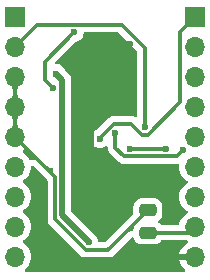
<source format=gbr>
%TF.GenerationSoftware,KiCad,Pcbnew,8.0.2-8.0.2-0~ubuntu22.04.1*%
%TF.CreationDate,2024-06-02T15:46:05+09:00*%
%TF.ProjectId,TB6211_ver2,54423632-3131-45f7-9665-72322e6b6963,rev?*%
%TF.SameCoordinates,Original*%
%TF.FileFunction,Copper,L2,Bot*%
%TF.FilePolarity,Positive*%
%FSLAX46Y46*%
G04 Gerber Fmt 4.6, Leading zero omitted, Abs format (unit mm)*
G04 Created by KiCad (PCBNEW 8.0.2-8.0.2-0~ubuntu22.04.1) date 2024-06-02 15:46:05*
%MOMM*%
%LPD*%
G01*
G04 APERTURE LIST*
G04 Aperture macros list*
%AMRoundRect*
0 Rectangle with rounded corners*
0 $1 Rounding radius*
0 $2 $3 $4 $5 $6 $7 $8 $9 X,Y pos of 4 corners*
0 Add a 4 corners polygon primitive as box body*
4,1,4,$2,$3,$4,$5,$6,$7,$8,$9,$2,$3,0*
0 Add four circle primitives for the rounded corners*
1,1,$1+$1,$2,$3*
1,1,$1+$1,$4,$5*
1,1,$1+$1,$6,$7*
1,1,$1+$1,$8,$9*
0 Add four rect primitives between the rounded corners*
20,1,$1+$1,$2,$3,$4,$5,0*
20,1,$1+$1,$4,$5,$6,$7,0*
20,1,$1+$1,$6,$7,$8,$9,0*
20,1,$1+$1,$8,$9,$2,$3,0*%
G04 Aperture macros list end*
%TA.AperFunction,SMDPad,CuDef*%
%ADD10RoundRect,0.250000X-0.475000X0.250000X-0.475000X-0.250000X0.475000X-0.250000X0.475000X0.250000X0*%
%TD*%
%TA.AperFunction,ComponentPad*%
%ADD11R,1.700000X1.700000*%
%TD*%
%TA.AperFunction,ComponentPad*%
%ADD12O,1.700000X1.700000*%
%TD*%
%TA.AperFunction,ViaPad*%
%ADD13C,0.600000*%
%TD*%
%TA.AperFunction,Conductor*%
%ADD14C,0.300000*%
%TD*%
%TA.AperFunction,Conductor*%
%ADD15C,0.500000*%
%TD*%
G04 APERTURE END LIST*
D10*
%TO.P,J2,2*%
%TO.N,sankaku*%
X132750000Y-91200000D03*
%TO.P,J2,1*%
%TO.N,GND*%
X132750000Y-89300000D03*
%TD*%
D11*
%TO.P,Conn2,1,Pin_1*%
%TO.N,STBY*%
X136750000Y-72930000D03*
D12*
%TO.P,Conn2,2,Pin_2*%
%TO.N,PWMA*%
X136750000Y-75470000D03*
%TO.P,Conn2,3,Pin_3*%
%TO.N,AIN2*%
X136750000Y-78010000D03*
%TO.P,Conn2,4,Pin_4*%
%TO.N,AIN1*%
X136750000Y-80550000D03*
%TO.P,Conn2,5,Pin_5*%
%TO.N,BIN1*%
X136750000Y-83090000D03*
%TO.P,Conn2,6,Pin_6*%
%TO.N,BIN2*%
X136750000Y-85630000D03*
%TO.P,Conn2,7,Pin_7*%
%TO.N,PWMB*%
X136750000Y-88170000D03*
%TO.P,Conn2,8,Pin_8*%
%TO.N,sankaku*%
X136750000Y-90710000D03*
%TO.P,Conn2,9,Pin_9*%
%TO.N,VCC*%
X136750000Y-93250000D03*
%TD*%
D11*
%TO.P,Conn1,1,Pin_1*%
%TO.N,VM*%
X121500000Y-72920000D03*
D12*
%TO.P,Conn1,2,Pin_2*%
X121500000Y-75460000D03*
%TO.P,Conn1,3,Pin_3*%
%TO.N,GND*%
X121500000Y-78000000D03*
%TO.P,Conn1,4,Pin_4*%
X121500000Y-80540000D03*
%TO.P,Conn1,5,Pin_5*%
X121500000Y-83080000D03*
%TO.P,Conn1,6,Pin_6*%
%TO.N,Net-(Conn1-Pin_6)*%
X121500000Y-85620000D03*
%TO.P,Conn1,7,Pin_7*%
%TO.N,Net-(Conn1-Pin_7)*%
X121500000Y-88160000D03*
%TO.P,Conn1,8,Pin_8*%
%TO.N,Net-(Conn1-Pin_8)*%
X121500000Y-90700000D03*
%TO.P,Conn1,9,Pin_9*%
%TO.N,Net-(Conn1-Pin_9)*%
X121500000Y-93240000D03*
%TD*%
D13*
%TO.N,STBY*%
X128667500Y-83250000D03*
%TO.N,VM*%
X132500000Y-82250000D03*
%TO.N,BIN2*%
X131200000Y-84100000D03*
X134290380Y-84100000D03*
%TO.N,BIN1*%
X135750000Y-84250000D03*
X130000000Y-82750000D03*
%TO.N,Net-(J1-Pad1)*%
X125000000Y-77750000D03*
X127750000Y-92000000D03*
%TO.N,VCC*%
X131250000Y-75250000D03*
X131250000Y-88500000D03*
X128000000Y-82250000D03*
%TO.N,Net-(U1-VM1)*%
X126500000Y-74250000D03*
X124750000Y-79000000D03*
%TD*%
D14*
%TO.N,STBY*%
X128667500Y-83250000D02*
X128667500Y-83163261D01*
X128667500Y-83163261D02*
X129850000Y-81980761D01*
X132769239Y-82900000D02*
X135500000Y-80169239D01*
X135500000Y-74180000D02*
X136750000Y-72930000D01*
X129850000Y-81980761D02*
X131311522Y-81980761D01*
X131311522Y-81980761D02*
X132230761Y-82900000D01*
X132230761Y-82900000D02*
X132769239Y-82900000D01*
X135500000Y-80169239D02*
X135500000Y-74180000D01*
%TO.N,VCC*%
X128000000Y-82250000D02*
X128000000Y-85250000D01*
X128000000Y-85250000D02*
X131250000Y-88500000D01*
%TO.N,GND*%
X132750000Y-89300000D02*
X129400000Y-92650000D01*
X129400000Y-92650000D02*
X127480761Y-92650000D01*
X127480761Y-92650000D02*
X124900000Y-90069239D01*
X124900000Y-90069239D02*
X124900000Y-86480000D01*
X124900000Y-86480000D02*
X121500000Y-83080000D01*
%TO.N,sankaku*%
X132750000Y-91200000D02*
X136260000Y-91200000D01*
X136260000Y-91200000D02*
X136750000Y-90710000D01*
%TO.N,VM*%
X130519239Y-73600000D02*
X123360000Y-73600000D01*
X132500000Y-82250000D02*
X132500000Y-75580761D01*
X132500000Y-75580761D02*
X130519239Y-73600000D01*
X123360000Y-73600000D02*
X121500000Y-75460000D01*
%TO.N,BIN2*%
X134290380Y-84100000D02*
X131200000Y-84100000D01*
%TO.N,BIN1*%
X130750000Y-84750000D02*
X130000000Y-84000000D01*
X130000000Y-84000000D02*
X130000000Y-82750000D01*
X135750000Y-84250000D02*
X135250000Y-84750000D01*
X135250000Y-84750000D02*
X130750000Y-84750000D01*
D15*
%TO.N,Net-(J1-Pad1)*%
X125500000Y-78250000D02*
X125500000Y-89750000D01*
X125500000Y-89750000D02*
X127750000Y-92000000D01*
X125000000Y-77750000D02*
X125500000Y-78250000D01*
D14*
%TO.N,Net-(U1-VM1)*%
X124750000Y-79000000D02*
X124000000Y-78250000D01*
X124000000Y-78250000D02*
X124000000Y-76750000D01*
X124000000Y-76750000D02*
X126500000Y-74250000D01*
%TO.N,VCC*%
X131250000Y-79000000D02*
X131250000Y-75250000D01*
X128000000Y-82250000D02*
X131250000Y-79000000D01*
%TD*%
%TA.AperFunction,Conductor*%
%TO.N,GND*%
G36*
X131576135Y-90371315D02*
G01*
X131632069Y-90413186D01*
X131656486Y-90478651D01*
X131641634Y-90546924D01*
X131638341Y-90552593D01*
X131590189Y-90630659D01*
X131590186Y-90630666D01*
X131535001Y-90797203D01*
X131535001Y-90797204D01*
X131535000Y-90797204D01*
X131524500Y-90899983D01*
X131524500Y-90960288D01*
X131504815Y-91027327D01*
X131452011Y-91073082D01*
X131409347Y-91083972D01*
X131322423Y-91090189D01*
X131304947Y-91091439D01*
X131304944Y-91091439D01*
X131304944Y-91091440D01*
X131170136Y-91141719D01*
X131170135Y-91141720D01*
X131115309Y-91171656D01*
X131114200Y-91172179D01*
X131108814Y-91175202D01*
X130993631Y-91261428D01*
X130993619Y-91261438D01*
X129501071Y-92753988D01*
X129482283Y-92769408D01*
X129478838Y-92771710D01*
X129457395Y-92783171D01*
X129453573Y-92784754D01*
X129430339Y-92791804D01*
X129426271Y-92792613D01*
X129402065Y-92795000D01*
X128386440Y-92795000D01*
X128319401Y-92775315D01*
X128273646Y-92722511D01*
X128263702Y-92653353D01*
X128292727Y-92589797D01*
X128298744Y-92583333D01*
X128374212Y-92507865D01*
X128435531Y-92474383D01*
X128496827Y-92476572D01*
X128512735Y-92481244D01*
X128523901Y-92484523D01*
X128523903Y-92484523D01*
X128523906Y-92484524D01*
X128666322Y-92505000D01*
X128666325Y-92505000D01*
X129079194Y-92505000D01*
X129089340Y-92504455D01*
X129133232Y-92502103D01*
X129133240Y-92502102D01*
X129133242Y-92502102D01*
X129133243Y-92502102D01*
X129140236Y-92501349D01*
X129159590Y-92499269D01*
X129159600Y-92499267D01*
X129159603Y-92499267D01*
X129169202Y-92497711D01*
X129213002Y-92490614D01*
X129347811Y-92440332D01*
X129409134Y-92406847D01*
X129524316Y-92320623D01*
X131445121Y-90399815D01*
X131506444Y-90366331D01*
X131576135Y-90371315D01*
G37*
%TD.AperFunction*%
%TA.AperFunction,Conductor*%
G36*
X122600459Y-83991243D02*
G01*
X122644806Y-84019744D01*
X124180353Y-85555292D01*
X124180377Y-85555315D01*
X124193339Y-85567824D01*
X124199817Y-85573856D01*
X124213265Y-85585937D01*
X124334305Y-85663724D01*
X124334310Y-85663726D01*
X124334315Y-85663729D01*
X124363028Y-85676841D01*
X124397438Y-85692556D01*
X124397849Y-85692745D01*
X124397858Y-85692747D01*
X124397861Y-85692749D01*
X124397864Y-85692751D01*
X124535917Y-85733285D01*
X124625500Y-85733284D01*
X124692538Y-85752968D01*
X124738294Y-85805771D01*
X124749500Y-85857284D01*
X124749500Y-86235199D01*
X124729815Y-86302238D01*
X124677011Y-86347993D01*
X124607853Y-86357937D01*
X124544297Y-86328912D01*
X124537819Y-86322880D01*
X123422411Y-85207472D01*
X123422406Y-85207468D01*
X123422404Y-85207466D01*
X123310737Y-85123179D01*
X123293598Y-85113643D01*
X123251334Y-85090127D01*
X123120831Y-85039674D01*
X122977499Y-85027134D01*
X122914541Y-85030634D01*
X122911173Y-85030822D01*
X122909063Y-85030880D01*
X122907736Y-85031012D01*
X122827541Y-85047130D01*
X122757937Y-85041041D01*
X122702674Y-84998287D01*
X122690728Y-84977969D01*
X122674035Y-84942171D01*
X122538495Y-84748599D01*
X122538494Y-84748597D01*
X122371402Y-84581506D01*
X122371401Y-84581505D01*
X122185405Y-84451269D01*
X122141781Y-84396692D01*
X122134588Y-84327193D01*
X122166110Y-84264839D01*
X122185405Y-84248119D01*
X122371082Y-84118105D01*
X122469444Y-84019744D01*
X122530767Y-83986259D01*
X122600459Y-83991243D01*
G37*
%TD.AperFunction*%
%TA.AperFunction,Conductor*%
G36*
X121750000Y-81408594D02*
G01*
X121730315Y-81475633D01*
X121727575Y-81479717D01*
X121715416Y-81497080D01*
X121715413Y-81497086D01*
X121683908Y-81559407D01*
X121683891Y-81559441D01*
X121637913Y-81695779D01*
X121632210Y-81839549D01*
X121632210Y-81839554D01*
X121639404Y-81909046D01*
X121674432Y-82048591D01*
X121732892Y-82148016D01*
X121750000Y-82210865D01*
X121750000Y-82646988D01*
X121692993Y-82614075D01*
X121565826Y-82580000D01*
X121434174Y-82580000D01*
X121307007Y-82614075D01*
X121250000Y-82646988D01*
X121250000Y-82211405D01*
X121269685Y-82144366D01*
X121272414Y-82140297D01*
X121284583Y-82122919D01*
X121316106Y-82060564D01*
X121316110Y-82060556D01*
X121362087Y-81924219D01*
X121367790Y-81780452D01*
X121360596Y-81710954D01*
X121325568Y-81571409D01*
X121267107Y-81471983D01*
X121250000Y-81409135D01*
X121250000Y-80973012D01*
X121307007Y-81005925D01*
X121434174Y-81040000D01*
X121565826Y-81040000D01*
X121692993Y-81005925D01*
X121750000Y-80973012D01*
X121750000Y-81408594D01*
G37*
%TD.AperFunction*%
%TA.AperFunction,Conductor*%
G36*
X121750000Y-78868594D02*
G01*
X121730315Y-78935633D01*
X121727575Y-78939717D01*
X121715416Y-78957080D01*
X121715413Y-78957086D01*
X121683908Y-79019407D01*
X121683891Y-79019441D01*
X121637913Y-79155779D01*
X121632210Y-79299549D01*
X121632210Y-79299554D01*
X121636339Y-79339439D01*
X121639404Y-79369046D01*
X121674432Y-79508591D01*
X121732892Y-79608016D01*
X121750000Y-79670865D01*
X121750000Y-80106988D01*
X121692993Y-80074075D01*
X121565826Y-80040000D01*
X121434174Y-80040000D01*
X121307007Y-80074075D01*
X121250000Y-80106988D01*
X121250000Y-79671405D01*
X121269685Y-79604366D01*
X121272414Y-79600297D01*
X121284583Y-79582919D01*
X121316106Y-79520564D01*
X121316110Y-79520556D01*
X121362087Y-79384219D01*
X121367790Y-79240452D01*
X121360596Y-79170954D01*
X121325568Y-79031409D01*
X121267107Y-78931983D01*
X121250000Y-78869135D01*
X121250000Y-78433012D01*
X121307007Y-78465925D01*
X121434174Y-78500000D01*
X121565826Y-78500000D01*
X121692993Y-78465925D01*
X121750000Y-78433012D01*
X121750000Y-78868594D01*
G37*
%TD.AperFunction*%
%TD*%
%TA.AperFunction,Conductor*%
%TO.N,VCC*%
G36*
X123064962Y-85564908D02*
G01*
X124213181Y-86713127D01*
X124246666Y-86774450D01*
X124249500Y-86800808D01*
X124249500Y-90133308D01*
X124249500Y-90133310D01*
X124249499Y-90133310D01*
X124274497Y-90258977D01*
X124274499Y-90258983D01*
X124292977Y-90303594D01*
X124323535Y-90377366D01*
X124393010Y-90481344D01*
X124394726Y-90483912D01*
X124394727Y-90483913D01*
X126975485Y-93064669D01*
X127034816Y-93124000D01*
X127066093Y-93155277D01*
X127172627Y-93226461D01*
X127172633Y-93226464D01*
X127172634Y-93226465D01*
X127291017Y-93275501D01*
X127291021Y-93275501D01*
X127291022Y-93275502D01*
X127416689Y-93300500D01*
X127416692Y-93300500D01*
X129464071Y-93300500D01*
X129548615Y-93283682D01*
X129589744Y-93275501D01*
X129708127Y-93226465D01*
X129814669Y-93155277D01*
X131351073Y-91618871D01*
X131412394Y-91585388D01*
X131482085Y-91590372D01*
X131538019Y-91632243D01*
X131556458Y-91667550D01*
X131590186Y-91769334D01*
X131682288Y-91918656D01*
X131806344Y-92042712D01*
X131955666Y-92134814D01*
X132122203Y-92189999D01*
X132224991Y-92200500D01*
X133275008Y-92200499D01*
X133275016Y-92200498D01*
X133275019Y-92200498D01*
X133331302Y-92194748D01*
X133377797Y-92189999D01*
X133544334Y-92134814D01*
X133693656Y-92042712D01*
X133817712Y-91918656D01*
X133823420Y-91909402D01*
X133875368Y-91862678D01*
X133928958Y-91850500D01*
X135985180Y-91850500D01*
X136052219Y-91870185D01*
X136056300Y-91872923D01*
X136064591Y-91878728D01*
X136108218Y-91933303D01*
X136115413Y-92002801D01*
X136083893Y-92065157D01*
X136064595Y-92081880D01*
X135878922Y-92211890D01*
X135878920Y-92211891D01*
X135711891Y-92378920D01*
X135711886Y-92378926D01*
X135576400Y-92572420D01*
X135576399Y-92572422D01*
X135476570Y-92786507D01*
X135476567Y-92786513D01*
X135419364Y-92999999D01*
X135419364Y-93000000D01*
X136316988Y-93000000D01*
X136284075Y-93057007D01*
X136250000Y-93184174D01*
X136250000Y-93315826D01*
X136284075Y-93442993D01*
X136316988Y-93500000D01*
X135419364Y-93500000D01*
X135476567Y-93713486D01*
X135476570Y-93713492D01*
X135576399Y-93927578D01*
X135711894Y-94121082D01*
X135878631Y-94287819D01*
X135912116Y-94349142D01*
X135907132Y-94418834D01*
X135865260Y-94474767D01*
X135799796Y-94499184D01*
X135790950Y-94499500D01*
X122448705Y-94499500D01*
X122381666Y-94479815D01*
X122335911Y-94427011D01*
X122325967Y-94357853D01*
X122354992Y-94294297D01*
X122368993Y-94280516D01*
X122371396Y-94278498D01*
X122371401Y-94278495D01*
X122538495Y-94111401D01*
X122674035Y-93917830D01*
X122773903Y-93703663D01*
X122835063Y-93475408D01*
X122855659Y-93240000D01*
X122854474Y-93226461D01*
X122850775Y-93184174D01*
X122835063Y-93004592D01*
X122773903Y-92776337D01*
X122674035Y-92562171D01*
X122561468Y-92401407D01*
X122538494Y-92368597D01*
X122371402Y-92201506D01*
X122371396Y-92201501D01*
X122185842Y-92071575D01*
X122142217Y-92016998D01*
X122135023Y-91947500D01*
X122166546Y-91885145D01*
X122185842Y-91868425D01*
X122253936Y-91820745D01*
X122371401Y-91738495D01*
X122538495Y-91571401D01*
X122674035Y-91377830D01*
X122773903Y-91163663D01*
X122835063Y-90935408D01*
X122855659Y-90700000D01*
X122835063Y-90464592D01*
X122776584Y-90246344D01*
X122773905Y-90236344D01*
X122773904Y-90236343D01*
X122773903Y-90236337D01*
X122674035Y-90022171D01*
X122671575Y-90018657D01*
X122538494Y-89828597D01*
X122371402Y-89661506D01*
X122371396Y-89661501D01*
X122185842Y-89531575D01*
X122142217Y-89476998D01*
X122135023Y-89407500D01*
X122166546Y-89345145D01*
X122185842Y-89328425D01*
X122357115Y-89208498D01*
X122371401Y-89198495D01*
X122538495Y-89031401D01*
X122674035Y-88837830D01*
X122773903Y-88623663D01*
X122835063Y-88395408D01*
X122855659Y-88160000D01*
X122835063Y-87924592D01*
X122776584Y-87706344D01*
X122773905Y-87696344D01*
X122773904Y-87696343D01*
X122773903Y-87696337D01*
X122674035Y-87482171D01*
X122562608Y-87323035D01*
X122538494Y-87288597D01*
X122371402Y-87121506D01*
X122371396Y-87121501D01*
X122185842Y-86991575D01*
X122142217Y-86936998D01*
X122135023Y-86867500D01*
X122166546Y-86805145D01*
X122185842Y-86788425D01*
X122208026Y-86772891D01*
X122371401Y-86658495D01*
X122538495Y-86491401D01*
X122674035Y-86297830D01*
X122773903Y-86083663D01*
X122835063Y-85855408D01*
X122853753Y-85641781D01*
X122879205Y-85576713D01*
X122935796Y-85535734D01*
X123005558Y-85531856D01*
X123064962Y-85564908D01*
G37*
%TD.AperFunction*%
%TA.AperFunction,Conductor*%
G36*
X130265470Y-74270185D02*
G01*
X130286112Y-74286819D01*
X131813181Y-75813888D01*
X131846666Y-75875211D01*
X131849500Y-75901569D01*
X131849500Y-81325889D01*
X131829815Y-81392928D01*
X131777011Y-81438683D01*
X131707853Y-81448627D01*
X131656611Y-81428992D01*
X131619650Y-81404296D01*
X131501266Y-81355260D01*
X131501260Y-81355258D01*
X131375593Y-81330261D01*
X131375591Y-81330261D01*
X129785931Y-81330261D01*
X129785929Y-81330261D01*
X129660261Y-81355258D01*
X129660251Y-81355261D01*
X129611220Y-81375571D01*
X129541881Y-81404291D01*
X129541863Y-81404301D01*
X129435332Y-81475482D01*
X129435325Y-81475488D01*
X128443554Y-82467259D01*
X128396829Y-82496619D01*
X128317976Y-82524211D01*
X128317975Y-82524212D01*
X128165237Y-82620184D01*
X128037684Y-82747737D01*
X127941711Y-82900476D01*
X127882131Y-83070745D01*
X127882130Y-83070750D01*
X127861935Y-83249996D01*
X127861935Y-83250003D01*
X127882130Y-83429249D01*
X127882131Y-83429254D01*
X127941711Y-83599523D01*
X128027597Y-83736209D01*
X128037684Y-83752262D01*
X128165238Y-83879816D01*
X128250796Y-83933576D01*
X128295079Y-83961401D01*
X128317978Y-83975789D01*
X128488245Y-84035368D01*
X128488250Y-84035369D01*
X128667496Y-84055565D01*
X128667500Y-84055565D01*
X128667504Y-84055565D01*
X128846749Y-84035369D01*
X128846752Y-84035368D01*
X128846755Y-84035368D01*
X129017022Y-83975789D01*
X129159529Y-83886245D01*
X129226764Y-83867246D01*
X129293600Y-83887614D01*
X129338814Y-83940881D01*
X129349500Y-83991240D01*
X129349500Y-84064069D01*
X129369392Y-84164069D01*
X129374499Y-84189744D01*
X129398805Y-84248425D01*
X129423535Y-84308127D01*
X129494723Y-84414669D01*
X129494726Y-84414673D01*
X129494727Y-84414674D01*
X130244724Y-85164669D01*
X130303041Y-85222986D01*
X130335332Y-85255277D01*
X130441866Y-85326461D01*
X130441872Y-85326464D01*
X130441873Y-85326465D01*
X130560256Y-85375501D01*
X130560260Y-85375501D01*
X130560261Y-85375502D01*
X130685928Y-85400500D01*
X135279098Y-85400500D01*
X135346137Y-85420185D01*
X135391892Y-85472989D01*
X135402625Y-85535306D01*
X135400036Y-85564908D01*
X135394341Y-85629999D01*
X135394341Y-85630000D01*
X135414936Y-85865403D01*
X135414938Y-85865413D01*
X135476094Y-86093655D01*
X135476096Y-86093659D01*
X135476097Y-86093663D01*
X135495837Y-86135995D01*
X135575965Y-86307830D01*
X135575967Y-86307834D01*
X135711501Y-86501395D01*
X135711506Y-86501402D01*
X135878597Y-86668493D01*
X135878603Y-86668498D01*
X136064158Y-86798425D01*
X136107783Y-86853002D01*
X136114977Y-86922500D01*
X136083454Y-86984855D01*
X136064158Y-87001575D01*
X135878597Y-87131505D01*
X135711505Y-87298597D01*
X135575965Y-87492169D01*
X135575964Y-87492171D01*
X135476098Y-87706335D01*
X135476094Y-87706344D01*
X135414938Y-87934586D01*
X135414936Y-87934596D01*
X135394341Y-88169999D01*
X135394341Y-88170000D01*
X135414936Y-88405403D01*
X135414938Y-88405413D01*
X135476094Y-88633655D01*
X135476096Y-88633659D01*
X135476097Y-88633663D01*
X135571302Y-88837830D01*
X135575965Y-88847830D01*
X135575967Y-88847834D01*
X135711501Y-89041395D01*
X135711506Y-89041402D01*
X135878597Y-89208493D01*
X135878603Y-89208498D01*
X136064158Y-89338425D01*
X136107783Y-89393002D01*
X136114977Y-89462500D01*
X136083454Y-89524855D01*
X136064158Y-89541575D01*
X135878597Y-89671505D01*
X135711505Y-89838597D01*
X135575965Y-90032169D01*
X135575964Y-90032171D01*
X135476098Y-90246335D01*
X135476094Y-90246344D01*
X135419492Y-90457593D01*
X135383127Y-90517254D01*
X135320281Y-90547783D01*
X135299717Y-90549500D01*
X133928958Y-90549500D01*
X133861919Y-90529815D01*
X133823420Y-90490598D01*
X133817712Y-90481344D01*
X133693658Y-90357290D01*
X133693656Y-90357288D01*
X133690819Y-90355538D01*
X133689283Y-90353830D01*
X133687989Y-90352807D01*
X133688163Y-90352585D01*
X133644096Y-90303594D01*
X133632872Y-90234632D01*
X133660713Y-90170549D01*
X133690817Y-90144462D01*
X133693656Y-90142712D01*
X133817712Y-90018656D01*
X133909814Y-89869334D01*
X133964999Y-89702797D01*
X133975500Y-89600009D01*
X133975499Y-88999992D01*
X133975195Y-88997020D01*
X133964999Y-88897203D01*
X133964998Y-88897200D01*
X133945326Y-88837834D01*
X133909814Y-88730666D01*
X133817712Y-88581344D01*
X133693656Y-88457288D01*
X133544334Y-88365186D01*
X133377797Y-88310001D01*
X133377795Y-88310000D01*
X133275010Y-88299500D01*
X132224998Y-88299500D01*
X132224980Y-88299501D01*
X132122203Y-88310000D01*
X132122200Y-88310001D01*
X131955668Y-88365185D01*
X131955663Y-88365187D01*
X131806342Y-88457289D01*
X131682289Y-88581342D01*
X131590187Y-88730663D01*
X131590186Y-88730666D01*
X131535001Y-88897203D01*
X131535001Y-88897204D01*
X131535000Y-88897204D01*
X131524500Y-88999983D01*
X131524500Y-89554190D01*
X131504815Y-89621229D01*
X131488181Y-89641871D01*
X129166873Y-91963181D01*
X129105550Y-91996666D01*
X129079192Y-91999500D01*
X128666322Y-91999500D01*
X128599283Y-91979815D01*
X128553528Y-91927011D01*
X128543102Y-91889383D01*
X128535369Y-91820750D01*
X128535368Y-91820748D01*
X128535368Y-91820745D01*
X128475789Y-91650478D01*
X128379816Y-91497738D01*
X128252262Y-91370184D01*
X128099522Y-91274211D01*
X128099518Y-91274209D01*
X128093244Y-91271188D01*
X128094125Y-91269358D01*
X128058059Y-91246692D01*
X126286819Y-89475451D01*
X126253334Y-89414128D01*
X126250500Y-89387770D01*
X126250500Y-78176079D01*
X126221659Y-78031092D01*
X126221658Y-78031091D01*
X126221658Y-78031087D01*
X126165084Y-77894505D01*
X126117919Y-77823917D01*
X126082952Y-77771584D01*
X126082950Y-77771581D01*
X126082947Y-77771578D01*
X125753307Y-77441939D01*
X125730653Y-77405869D01*
X125728813Y-77406756D01*
X125725792Y-77400484D01*
X125725789Y-77400480D01*
X125725789Y-77400478D01*
X125629816Y-77247738D01*
X125502262Y-77120184D01*
X125493297Y-77114551D01*
X125349523Y-77024211D01*
X125179254Y-76964631D01*
X125179250Y-76964630D01*
X125009175Y-76945468D01*
X124944761Y-76918401D01*
X124905206Y-76860807D01*
X124903069Y-76790970D01*
X124935376Y-76734569D01*
X126598224Y-75071720D01*
X126659545Y-75038237D01*
X126672019Y-75036183D01*
X126679255Y-75035368D01*
X126849522Y-74975789D01*
X127002262Y-74879816D01*
X127129816Y-74752262D01*
X127225789Y-74599522D01*
X127285368Y-74429255D01*
X127286242Y-74421505D01*
X127293102Y-74360617D01*
X127320168Y-74296203D01*
X127377763Y-74256648D01*
X127416322Y-74250500D01*
X130198431Y-74250500D01*
X130265470Y-74270185D01*
G37*
%TD.AperFunction*%
%TD*%
M02*

</source>
